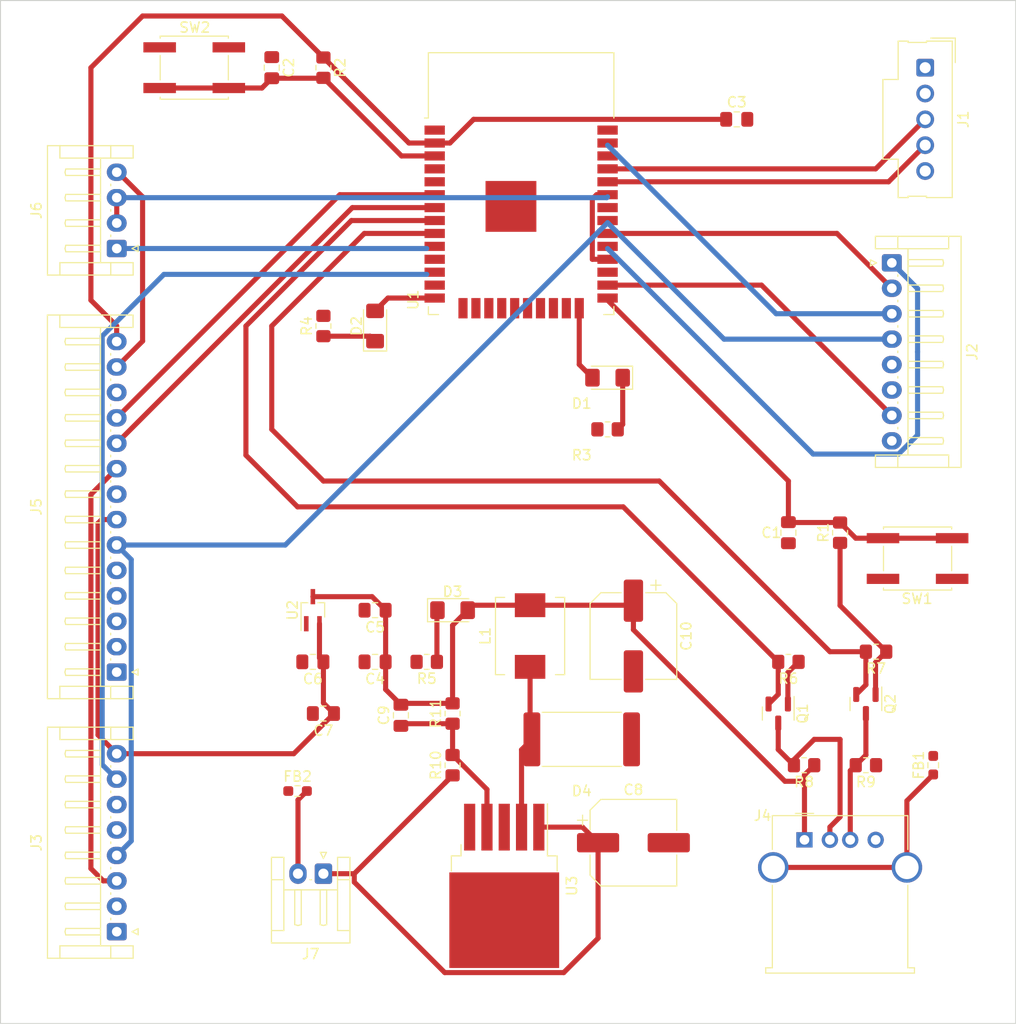
<source format=kicad_pcb>
(kicad_pcb (version 20211014) (generator pcbnew)
  (layers (0 "F.Cu" signal) (31 "B.Cu" signal) (34 "B.Paste" user) (35 "F.Paste" user) (36 "B.SilkS" user "B.Silkscreen") (37 "F.SilkS" user "F.Silkscreen") (38 "B.Mask" user) (39 "F.Mask" user) (44 "Edge.Cuts" user))
  (net 0 "")
  (net 1 "GND")
  (net 2 "+3V3")
  (net 3 "/EN")
  (net 4 "+5V")
  (net 5 "+12V")
  (net 6 "Net-(D1-Pad1)")
  (net 7 "/IOD")
  (net 8 "Net-(D2-Pad1)")
  (net 9 "/INFO")
  (net 10 "Net-(D3-Pad1)")
  (net 11 "/CONEX")
  (net 12 "Net-(C9-Pad1)")
  (net 13 "Net-(D4-Pad2)")
  (net 14 "/RST_D")
  (net 15 "/D{slash}C")
  (net 16 "Net-(FB2-Pad2)")
  (net 17 "Net-(J1-Pad3)")
  (net 18 "/MAGNE_3")
  (net 19 "Net-(J1-Pad4)")
  (net 20 "/RST_2")
  (net 22 "/perifericos/Data_5v_keyboard")
  (net 23 "/perifericos/clk_5V_keyboard")
  (net 29 "/CS_Display")
  (net 30 "/Rst_1")
  (net 31 "/MAGNE_2")
  (net 32 "/CS_lector_1")
  (net 33 "/SCK")
  (net 34 "/MISO")
  (net 37 "/CS_LECTOR_2")
  (net 38 "/MOSI")
  (net 39 "Net-(FB1-Pad1)")
  (net 42 "/CLC_KEYBOARD")
  (net 43 "/DATA_KEYBOARD")
  (footprint "Capacitor_SMD:C_0805_2012Metric_Pad1.18x1.45mm_HandSolder" (layer "F.Cu") (at 120.8825 93.98 180)
    (fp_text reference "C6" (at 0 -1.68) (layer "F.SilkS"))
    (fp_text value "C")
    (pad "1" smd roundrect (at -1.0375 0 180) (size 1.175 1.45) (layers "F.Cu" "F.Paste" "F.Mask") (roundrect_rratio 0.212766) (net 2 "+3V3"))
    (pad "2" smd roundrect (at 1.0375 0 180) (size 1.175 1.45) (layers "F.Cu" "F.Paste" "F.Mask") (roundrect_rratio 0.212766) (net 1 "GND"))
  )
  (footprint "Resistor_SMD:R_0805_2012Metric_Pad1.20x1.40mm_HandSolder" (layer "F.Cu") (at 169.18 104.14 180)
    (fp_text reference "R8" (at 0 -1.65) (layer "F.SilkS"))
    (fp_text value "R")
    (pad "1" smd roundrect (at -1 0 180) (size 1.2 1.4) (layers "F.Cu" "F.Paste" "F.Mask") (roundrect_rratio 0.208333) (net 4 "+5V"))
    (pad "2" smd roundrect (at 1 0 180) (size 1.2 1.4) (layers "F.Cu" "F.Paste" "F.Mask") (roundrect_rratio 0.208333) (net 22 "/perifericos/Data_5v_keyboard"))
  )
  (footprint "Resistor_SMD:R_0805_2012Metric_Pad1.20x1.40mm_HandSolder" (layer "F.Cu") (at 134.62 99.06 90)
    (fp_text reference "R11" (at 0 -1.65 90) (layer "F.SilkS"))
    (fp_text value "R")
    (pad "1" smd roundrect (at -1 0 90) (size 1.2 1.4) (layers "F.Cu" "F.Paste" "F.Mask") (roundrect_rratio 0.208333) (net 12 "Net-(C9-Pad1)"))
    (pad "2" smd roundrect (at 1 0 90) (size 1.2 1.4) (layers "F.Cu" "F.Paste" "F.Mask") (roundrect_rratio 0.208333) (net 4 "+5V"))
  )
  (footprint "Resistor_SMD:R_0805_2012Metric_Pad1.20x1.40mm_HandSolder" (layer "F.Cu") (at 172.72 81.28 90)
    (fp_text reference "R1" (at 0 -1.65 90) (layer "F.SilkS"))
    (fp_text value "R")
    (pad "1" smd roundrect (at -1 0 90) (size 1.2 1.4) (layers "F.Cu" "F.Paste" "F.Mask") (roundrect_rratio 0.208333) (net 2 "+3V3"))
    (pad "2" smd roundrect (at 1 0 90) (size 1.2 1.4) (layers "F.Cu" "F.Paste" "F.Mask") (roundrect_rratio 0.208333) (net 7 "/IOD"))
  )
  (footprint "Resistor_SMD:R_0603_1608Metric_Pad0.98x0.95mm_HandSolder" (layer "F.Cu") (at 181.88 104.14 90)
    (fp_text reference "FB1" (at 0 -1.43 90) (layer "F.SilkS"))
    (fp_text value "FerriteBead")
    (pad "1" smd roundrect (at -0.9125 0 90) (size 0.975 0.95) (layers "F.Cu" "F.Paste" "F.Mask") (net 39 "Net-(FB1-Pad1)"))
    (pad "2" smd roundrect (at 0.9125 0 90) (size 0.975 0.95) (layers "F.Cu" "F.Paste" "F.Mask") (net 1 "GND"))
  )
  (footprint "Capacitor_SMD:C_0805_2012Metric_Pad1.18x1.45mm_HandSolder" (layer "F.Cu") (at 127 88.9 180)
    (fp_text reference "C5" (at 0 -1.68) (layer "F.SilkS"))
    (fp_text value "C")
    (pad "1" smd roundrect (at -1.0375 0 180) (size 1.175 1.45) (layers "F.Cu" "F.Paste" "F.Mask") (roundrect_rratio 0.212766) (net 4 "+5V"))
    (pad "2" smd roundrect (at 1.0375 0 180) (size 1.175 1.45) (layers "F.Cu" "F.Paste" "F.Mask") (roundrect_rratio 0.212766) (net 1 "GND"))
  )
  (footprint "Resistor_SMD:R_0805_2012Metric_Pad1.20x1.40mm_HandSolder" (layer "F.Cu") (at 134.62 104.14 90)
    (fp_text reference "R10" (at 0 -1.65 90) (layer "F.SilkS"))
    (fp_text value "R")
    (pad "1" smd roundrect (at -1 0 90) (size 1.2 1.4) (layers "F.Cu" "F.Paste" "F.Mask") (roundrect_rratio 0.208333) (net 5 "+12V"))
    (pad "2" smd roundrect (at 1 0 90) (size 1.2 1.4) (layers "F.Cu" "F.Paste" "F.Mask") (roundrect_rratio 0.208333) (net 12 "Net-(C9-Pad1)"))
  )
  (footprint "Resistor_SMD:R_0805_2012Metric_Pad1.20x1.40mm_HandSolder" (layer "F.Cu") (at 149.86 71.12 180)
    (fp_text reference "R3" (at 2.54 -2.54) (layer "F.SilkS"))
    (fp_text value "R")
    (pad "1" smd roundrect (at -1 0 180) (size 1.2 1.4) (layers "F.Cu" "F.Paste" "F.Mask") (roundrect_rratio 0.208333) (net 6 "Net-(D1-Pad1)"))
    (pad "2" smd roundrect (at 1 0 180) (size 1.2 1.4) (layers "F.Cu" "F.Paste" "F.Mask") (roundrect_rratio 0.208333) (net 1 "GND"))
  )
  (footprint "RF_Module:ESP32-WROOM-32" (layer "F.Cu") (at 141.36 49.954)
    (fp_text reference "U1" (at -10.61 8.43 90) (layer "F.SilkS"))
    (fp_text value "ESP32-WROOM-32")
    (pad "1" smd rect (at -8.5 -8.255) (size 2 0.9) (layers "F.Cu" "F.Paste" "F.Mask") (net 1 "GND"))
    (pad "2" smd rect (at -8.5 -6.985) (size 2 0.9) (layers "F.Cu" "F.Paste" "F.Mask") (net 2 "+3V3"))
    (pad "3" smd rect (at -8.5 -5.715) (size 2 0.9) (layers "F.Cu" "F.Paste" "F.Mask") (net 3 "/EN"))
    (pad "4" smd rect (at -8.5 -4.445) (size 2 0.9) (layers "F.Cu" "F.Paste" "F.Mask"))
    (pad "5" smd rect (at -8.5 -3.175) (size 2 0.9) (layers "F.Cu" "F.Paste" "F.Mask"))
    (pad "6" smd rect (at -8.5 -1.905) (size 2 0.9) (layers "F.Cu" "F.Paste" "F.Mask") (net 14 "/RST_D"))
    (pad "7" smd rect (at -8.5 -0.635) (size 2 0.9) (layers "F.Cu" "F.Paste" "F.Mask") (net 15 "/D{slash}C"))
    (pad "8" smd rect (at -8.5 0.635) (size 2 0.9) (layers "F.Cu" "F.Paste" "F.Mask") (net 42 "/CLC_KEYBOARD"))
    (pad "9" smd rect (at -8.5 1.905) (size 2 0.9) (layers "F.Cu" "F.Paste" "F.Mask") (net 43 "/DATA_KEYBOARD"))
    (pad "10" smd rect (at -8.5 3.175) (size 2 0.9) (layers "F.Cu" "F.Paste" "F.Mask") (net 18 "/MAGNE_3"))
    (pad "11" smd rect (at -8.5 4.445) (size 2 0.9) (layers "F.Cu" "F.Paste" "F.Mask"))
    (pad "12" smd rect (at -8.5 5.715) (size 2 0.9) (layers "F.Cu" "F.Paste" "F.Mask") (net 20 "/RST_2"))
    (pad "13" smd rect (at -8.5 6.985) (size 2 0.9) (layers "F.Cu" "F.Paste" "F.Mask"))
    (pad "14" smd rect (at -8.5 8.255) (size 2 0.9) (layers "F.Cu" "F.Paste" "F.Mask") (net 11 "/CONEX"))
    (pad "15" smd rect (at -5.715 9.255 90) (size 2 0.9) (layers "F.Cu" "F.Paste" "F.Mask") (net 1 "GND"))
    (pad "16" smd rect (at -4.445 9.255 90) (size 2 0.9) (layers "F.Cu" "F.Paste" "F.Mask"))
    (pad "17" smd rect (at -3.175 9.255 90) (size 2 0.9) (layers "F.Cu" "F.Paste" "F.Mask"))
    (pad "18" smd rect (at -1.905 9.255 90) (size 2 0.9) (layers "F.Cu" "F.Paste" "F.Mask"))
    (pad "19" smd rect (at -0.635 9.255 90) (size 2 0.9) (layers "F.Cu" "F.Paste" "F.Mask"))
    (pad "20" smd rect (at 0.635 9.255 90) (size 2 0.9) (layers "F.Cu" "F.Paste" "F.Mask"))
    (pad "21" smd rect (at 1.905 9.255 90) (size 2 0.9) (layers "F.Cu" "F.Paste" "F.Mask"))
    (pad "22" smd rect (at 3.175 9.255 90) (size 2 0.9) (layers "F.Cu" "F.Paste" "F.Mask"))
    (pad "23" smd rect (at 4.445 9.255 90) (size 2 0.9) (layers "F.Cu" "F.Paste" "F.Mask") (net 29 "/CS_Display"))
    (pad "24" smd rect (at 5.715 9.255 90) (size 2 0.9) (layers "F.Cu" "F.Paste" "F.Mask") (net 9 "/INFO"))
    (pad "25" smd rect (at 8.5 8.255) (size 2 0.9) (layers "F.Cu" "F.Paste" "F.Mask") (net 7 "/IOD"))
    (pad "26" smd rect (at 8.5 6.985) (size 2 0.9) (layers "F.Cu" "F.Paste" "F.Mask") (net 30 "/Rst_1"))
    (pad "27" smd rect (at 8.5 5.715) (size 2 0.9) (layers "F.Cu" "F.Paste" "F.Mask"))
    (pad "28" smd rect (at 8.5 4.445) (size 2 0.9) (layers "F.Cu" "F.Paste" "F.Mask") (net 31 "/MAGNE_2"))
    (pad "29" smd rect (at 8.5 3.175) (size 2 0.9) (layers "F.Cu" "F.Paste" "F.Mask") (net 32 "/CS_lector_1"))
    (pad "30" smd rect (at 8.5 1.905) (size 2 0.9) (layers "F.Cu" "F.Paste" "F.Mask") (net 33 "/SCK"))
    (pad "31" smd rect (at 8.5 0.635) (size 2 0.9) (layers "F.Cu" "F.Paste" "F.Mask") (net 34 "/MISO"))
    (pad "32" smd rect (at 8.5 -0.635) (size 2 0.9) (layers "F.Cu" "F.Paste" "F.Mask"))
    (pad "33" smd rect (at 8.5 -1.905) (size 2 0.9) (layers "F.Cu" "F.Paste" "F.Mask") (net 31 "/MAGNE_2"))
    (pad "34" smd rect (at 8.5 -3.175) (size 2 0.9) (layers "F.Cu" "F.Paste" "F.Mask") (net 19 "Net-(J1-Pad4)"))
    (pad "35" smd rect (at 8.5 -4.445) (size 2 0.9) (layers "F.Cu" "F.Paste" "F.Mask") (net 17 "Net-(J1-Pad3)"))
    (pad "36" smd rect (at 8.5 -5.715) (size 2 0.9) (layers "F.Cu" "F.Paste" "F.Mask") (net 37 "/CS_LECTOR_2"))
    (pad "37" smd rect (at 8.5 -6.985) (size 2 0.9) (layers "F.Cu" "F.Paste" "F.Mask") (net 38 "/MOSI"))
    (pad "38" smd rect (at 8.5 -8.255) (size 2 0.9) (layers "F.Cu" "F.Paste" "F.Mask") (net 1 "GND"))
    (pad "39" smd rect (at -1 -0.755) (size 5 5) (layers "F.Cu" "F.Paste" "F.Mask") (net 1 "GND"))
  )
  (footprint "Capacitor_SMD:C_0805_2012Metric_Pad1.18x1.45mm_HandSolder" (layer "F.Cu") (at 127 93.98 180)
    (fp_text reference "C4" (at 0 -1.68) (layer "F.SilkS"))
    (fp_text value "C")
    (pad "1" smd roundrect (at -1.0375 0 180) (size 1.175 1.45) (layers "F.Cu" "F.Paste" "F.Mask") (roundrect_rratio 0.212766) (net 4 "+5V"))
    (pad "2" smd roundrect (at 1.0375 0 180) (size 1.175 1.45) (layers "F.Cu" "F.Paste" "F.Mask") (roundrect_rratio 0.212766) (net 1 "GND"))
  )
  (footprint "Resistor_SMD:R_0805_2012Metric_Pad1.20x1.40mm_HandSolder" (layer "F.Cu") (at 175.26 104.14 180)
    (fp_text reference "R9" (at 0 -1.65) (layer "F.SilkS"))
    (fp_text value "R")
    (pad "1" smd roundrect (at -1 0 180) (size 1.2 1.4) (layers "F.Cu" "F.Paste" "F.Mask") (roundrect_rratio 0.208333) (net 4 "+5V"))
    (pad "2" smd roundrect (at 1 0 180) (size 1.2 1.4) (layers "F.Cu" "F.Paste" "F.Mask") (roundrect_rratio 0.208333) (net 23 "/perifericos/clk_5V_keyboard"))
  )
  (footprint "Capacitor_SMD:C_0805_2012Metric_Pad1.18x1.45mm_HandSolder" (layer "F.Cu") (at 121.92 99.06 180)
    (fp_text reference "C7" (at 0 -1.68) (layer "F.SilkS"))
    (fp_text value "C")
    (pad "1" smd roundrect (at -1.0375 0 180) (size 1.175 1.45) (layers "F.Cu" "F.Paste" "F.Mask") (roundrect_rratio 0.212766) (net 2 "+3V3"))
    (pad "2" smd roundrect (at 1.0375 0 180) (size 1.175 1.45) (layers "F.Cu" "F.Paste" "F.Mask") (roundrect_rratio 0.212766) (net 1 "GND"))
  )
  (footprint "Resistor_SMD:R_0805_2012Metric_Pad1.20x1.40mm_HandSolder" (layer "F.Cu") (at 132.08 93.98 180)
    (fp_text reference "R5" (at 0 -1.65) (layer "F.SilkS"))
    (fp_text value "R")
    (pad "1" smd roundrect (at -1 0 180) (size 1.2 1.4) (layers "F.Cu" "F.Paste" "F.Mask") (roundrect_rratio 0.208333) (net 10 "Net-(D3-Pad1)"))
    (pad "2" smd roundrect (at 1 0 180) (size 1.2 1.4) (layers "F.Cu" "F.Paste" "F.Mask") (roundrect_rratio 0.208333) (net 1 "GND"))
  )
  (footprint "Inductor_SMD:L_Neosid_SM-PIC0612H" (layer "F.Cu") (at 142.24 91.44 90)
    (fp_text reference "L1" (at 0 -4.4 90) (layer "F.SilkS"))
    (fp_text value "L")
    (pad "1" smd rect (at -3.03 0 90) (size 2.35 3) (layers "F.Cu" "F.Paste" "F.Mask") (net 13 "Net-(D4-Pad2)"))
    (pad "2" smd rect (at 3.03 0 90) (size 2.35 3) (layers "F.Cu" "F.Paste" "F.Mask") (net 4 "+5V"))
  )
  (footprint "Package_TO_SOT_SMD:SOT-23" (layer "F.Cu") (at 166.64 99.06 -90)
    (fp_text reference "Q1" (at 0 -2.4 90) (layer "F.SilkS"))
    (fp_text value "BSS138")
    (pad "1" smd roundrect (at -0.9375 -0.95 270) (size 1.475 0.6) (layers "F.Cu" "F.Paste" "F.Mask") (net 2 "+3V3"))
    (pad "2" smd roundrect (at -0.9375 0.95 270) (size 1.475 0.6) (layers "F.Cu" "F.Paste" "F.Mask") (net 42 "/CLC_KEYBOARD"))
    (pad "3" smd roundrect (at 0.9375 0 270) (size 1.475 0.6) (layers "F.Cu" "F.Paste" "F.Mask") (net 22 "/perifericos/Data_5v_keyboard"))
  )
  (footprint "Capacitor_SMD:CP_Elec_8x6.9" (layer "F.Cu") (at 152.4 111.76)
    (fp_text reference "C8" (at 0 -5.2) (layer "F.SilkS"))
    (fp_text value "C_Polarized")
    (pad "1" smd roundrect (at -3.475 0) (size 4.15 1.9) (layers "F.Cu" "F.Paste" "F.Mask") (roundrect_rratio 0.131579) (net 5 "+12V"))
    (pad "2" smd roundrect (at 3.475 0) (size 4.15 1.9) (layers "F.Cu" "F.Paste" "F.Mask") (roundrect_rratio 0.131579) (net 1 "GND"))
  )
  (footprint "Package_TO_SOT_SMD:TO-263-5_TabPin3" (layer "F.Cu") (at 139.7 116.005 -90)
    (fp_text reference "U3" (at 0 -6.65 90) (layer "F.SilkS"))
    (fp_text value "LM2596S-5")
    (pad "1" smd rect (at -5.775 -3.4 270) (size 4.6 1.1) (layers "F.Cu" "F.Paste" "F.Mask") (net 5 "+12V"))
    (pad "2" smd rect (at -5.775 -1.7 270) (size 4.6 1.1) (layers "F.Cu" "F.Paste" "F.Mask") (net 13 "Net-(D4-Pad2)"))
    (pad "3" smd rect (at -5.775 0 270) (size 4.6 1.1) (layers "F.Cu" "F.Paste" "F.Mask") (net 1 "GND"))
    (pad "3" smd rect (at 3.375 0 270) (size 9.4 10.8) (layers "F.Cu" "F.Mask") (net 1 "GND"))
    (pad "4" smd rect (at -5.775 1.7 270) (size 4.6 1.1) (layers "F.Cu" "F.Paste" "F.Mask") (net 12 "Net-(C9-Pad1)"))
    (pad "5" smd rect (at -5.775 3.4 270) (size 4.6 1.1) (layers "F.Cu" "F.Paste" "F.Mask") (net 1 "GND"))
  )
  (footprint "Capacitor_SMD:CP_Elec_8x6.9" (layer "F.Cu") (at 152.4 91.44 -90)
    (fp_text reference "C10" (at 0 -5.2 90) (layer "F.SilkS"))
    (fp_text value "C_Polarized")
    (pad "1" smd roundrect (at -3.475 0 270) (size 4.15 1.9) (layers "F.Cu" "F.Paste" "F.Mask") (roundrect_rratio 0.131579) (net 4 "+5V"))
    (pad "2" smd roundrect (at 3.475 0 270) (size 4.15 1.9) (layers "F.Cu" "F.Paste" "F.Mask") (roundrect_rratio 0.131579) (net 1 "GND"))
  )
  (footprint "Package_TO_SOT_SMD:SOT-23" (layer "F.Cu") (at 175.26 98.1225 -90)
    (fp_text reference "Q2" (at 0 -2.4 90) (layer "F.SilkS"))
    (fp_text value "BSS138")
    (pad "1" smd roundrect (at -0.9375 -0.95 270) (size 1.475 0.6) (layers "F.Cu" "F.Paste" "F.Mask") (net 2 "+3V3"))
    (pad "2" smd roundrect (at -0.9375 0.95 270) (size 1.475 0.6) (layers "F.Cu" "F.Paste" "F.Mask") (net 43 "/DATA_KEYBOARD"))
    (pad "3" smd roundrect (at 0.9375 0 270) (size 1.475 0.6) (layers "F.Cu" "F.Paste" "F.Mask") (net 23 "/perifericos/clk_5V_keyboard"))
  )
  (footprint "Capacitor_SMD:C_0805_2012Metric_Pad1.18x1.45mm_HandSolder" (layer "F.Cu") (at 129.54 99.234 90)
    (fp_text reference "C9" (at 0 -1.68 90) (layer "F.SilkS"))
    (fp_text value "C")
    (pad "1" smd roundrect (at -1.0375 0 90) (size 1.175 1.45) (layers "F.Cu" "F.Paste" "F.Mask") (roundrect_rratio 0.212766) (net 12 "Net-(C9-Pad1)"))
    (pad "2" smd roundrect (at 1.0375 0 90) (size 1.175 1.45) (layers "F.Cu" "F.Paste" "F.Mask") (roundrect_rratio 0.212766) (net 4 "+5V"))
  )
  (footprint "Connector_JST:JST_EH_S8B-EH_1x08_P2.50mm_Horizontal" (layer "F.Cu") (at 101.6 120.51 90)
    (fp_text reference "J3" (at 8.75 -7.9 90) (layer "F.SilkS"))
    (fp_text value "Conn_01x08_Female")
    (pad "1" thru_hole roundrect (at 0 0 90) (size 1.7 1.95) (drill 0.95) (layers *.Cu *.Mask) (roundrect_rratio 0.147059) (net 37 "/CS_LECTOR_2"))
    (pad "2" thru_hole oval (at 2.5 0 90) (size 1.7 1.95) (drill 0.95) (layers *.Cu *.Mask) (net 33 "/SCK"))
    (pad "3" thru_hole oval (at 5 0 90) (size 1.7 1.95) (drill 0.95) (layers *.Cu *.Mask) (net 38 "/MOSI"))
    (pad "4" thru_hole oval (at 7.5 0 90) (size 1.7 1.95) (drill 0.95) (layers *.Cu *.Mask) (net 34 "/MISO"))
    (pad "5" thru_hole oval (at 10 0 90) (size 1.7 1.95) (drill 0.95) (layers *.Cu *.Mask))
    (pad "6" thru_hole oval (at 12.5 0 90) (size 1.7 1.95) (drill 0.95) (layers *.Cu *.Mask) (net 1 "GND"))
    (pad "7" thru_hole oval (at 15 0 90) (size 1.7 1.95) (drill 0.95) (layers *.Cu *.Mask) (net 20 "/RST_2"))
    (pad "8" thru_hole oval (at 17.5 0 90) (size 1.7 1.95) (drill 0.95) (layers *.Cu *.Mask) (net 2 "+3V3"))
  )
  (footprint "Resistor_SMD:R_0805_2012Metric_Pad1.20x1.40mm_HandSolder" (layer "F.Cu") (at 121.92 60.96 90)
    (fp_text reference "R4" (at 0 -1.65 90) (layer "F.SilkS"))
    (fp_text value "R")
    (pad "1" smd roundrect (at -1 0 90) (size 1.2 1.4) (layers "F.Cu" "F.Paste" "F.Mask") (roundrect_rratio 0.208333) (net 8 "Net-(D2-Pad1)"))
    (pad "2" smd roundrect (at 1 0 90) (size 1.2 1.4) (layers "F.Cu" "F.Paste" "F.Mask") (roundrect_rratio 0.208333) (net 1 "GND"))
  )
  (footprint "Connector_JST:JST_EH_S8B-EH_1x08_P2.50mm_Horizontal" (layer "F.Cu") (at 177.8075 54.75 -90)
    (fp_text reference "J2" (at 8.75 -7.9 90) (layer "F.SilkS"))
    (fp_text value "Conn_01x08_Female")
    (pad "1" thru_hole roundrect (at 0 0 270) (size 1.7 1.95) (drill 0.95) (layers *.Cu *.Mask) (roundrect_rratio 0.147059) (net 32 "/CS_lector_1"))
    (pad "2" thru_hole oval (at 2.5 0 270) (size 1.7 1.95) (drill 0.95) (layers *.Cu *.Mask) (net 33 "/SCK"))
    (pad "3" thru_hole oval (at 5 0 270) (size 1.7 1.95) (drill 0.95) (layers *.Cu *.Mask) (net 38 "/MOSI"))
    (pad "4" thru_hole oval (at 7.5 0 270) (size 1.7 1.95) (drill 0.95) (layers *.Cu *.Mask) (net 34 "/MISO"))
    (pad "5" thru_hole oval (at 10 0 270) (size 1.7 1.95) (drill 0.95) (layers *.Cu *.Mask))
    (pad "6" thru_hole oval (at 12.5 0 270) (size 1.7 1.95) (drill 0.95) (layers *.Cu *.Mask) (net 1 "GND"))
    (pad "7" thru_hole oval (at 15 0 270) (size 1.7 1.95) (drill 0.95) (layers *.Cu *.Mask) (net 30 "/Rst_1"))
    (pad "8" thru_hole oval (at 17.5 0 270) (size 1.7 1.95) (drill 0.95) (layers *.Cu *.Mask) (net 2 "+3V3"))
  )
  (footprint "Connector_USB:USB_A_Molex_67643_Horizontal" (layer "F.Cu") (at 169.22 111.48)
    (fp_text reference "J4" (at -4.12 -2.38) (layer "F.SilkS"))
    (fp_text value "USB_A")
    (pad "1" thru_hole rect (at 0 0) (size 1.6 1.5) (drill 0.95) (layers *.Cu *.Mask) (net 4 "+5V"))
    (pad "2" thru_hole circle (at 2.5 0) (size 1.6 1.6) (drill 0.95) (layers *.Cu *.Mask) (net 22 "/perifericos/Data_5v_keyboard"))
    (pad "3" thru_hole circle (at 4.5 0) (size 1.6 1.6) (drill 0.95) (layers *.Cu *.Mask) (net 23 "/perifericos/clk_5V_keyboard"))
    (pad "4" thru_hole circle (at 7 0) (size 1.6 1.6) (drill 0.95) (layers *.Cu *.Mask) (net 1 "GND"))
    (pad "5" thru_hole circle (at 10.07 2.71) (size 3 3) (drill 2.3) (layers *.Cu *.Mask) (net 39 "Net-(FB1-Pad1)"))
    (pad "5" thru_hole circle (at -3.07 2.71) (size 3 3) (drill 2.3) (layers *.Cu *.Mask) (net 39 "Net-(FB1-Pad1)"))
  )
  (footprint "Button_Switch_SMD:SW_SPST_EVQQ2" (layer "F.Cu") (at 109.22 35.56)
    (fp_text reference "SW2" (at 0.05 -3.95) (layer "F.SilkS"))
    (fp_text value "SW_Push")
    (pad "1" smd rect (at -3.4 -2) (size 3.2 1) (layers "F.Cu" "F.Paste" "F.Mask") (net 1 "GND"))
    (pad "1" smd rect (at 3.4 -2) (size 3.2 1) (layers "F.Cu" "F.Paste" "F.Mask") (net 1 "GND"))
    (pad "2" smd rect (at 3.4 2) (size 3.2 1) (layers "F.Cu" "F.Paste" "F.Mask") (net 3 "/EN"))
    (pad "2" smd rect (at -3.4 2) (size 3.2 1) (layers "F.Cu" "F.Paste" "F.Mask") (net 3 "/EN"))
  )
  (footprint "Connector_JST:JST_EH_S14B-EH_1x14_P2.50mm_Horizontal" (layer "F.Cu") (at 101.5925 94.99 90)
    (fp_text reference "J5" (at 16.25 -7.9 90) (layer "F.SilkS"))
    (fp_text value "Conn_01x14_Female")
    (pad "1" thru_hole roundrect (at 0 0 90) (size 1.7 1.95) (drill 0.95) (layers *.Cu *.Mask) (roundrect_rratio 0.147059))
    (pad "2" thru_hole oval (at 2.5 0 90) (size 1.7 1.95) (drill 0.95) (layers *.Cu *.Mask))
    (pad "3" thru_hole oval (at 5 0 90) (size 1.7 1.95) (drill 0.95) (layers *.Cu *.Mask))
    (pad "4" thru_hole oval (at 7.5 0 90) (size 1.7 1.95) (drill 0.95) (layers *.Cu *.Mask))
    (pad "5" thru_hole oval (at 10 0 90) (size 1.7 1.95) (drill 0.95) (layers *.Cu *.Mask))
    (pad "6" thru_hole oval (at 12.5 0 90) (size 1.7 1.95) (drill 0.95) (layers *.Cu *.Mask) (net 34 "/MISO"))
    (pad "7" thru_hole oval (at 15 0 90) (size 1.7 1.95) (drill 0.95) (layers *.Cu *.Mask) (net 2 "+3V3"))
    (pad "8" thru_hole oval (at 17.5 0 90) (size 1.7 1.95) (drill 0.95) (layers *.Cu *.Mask) (net 33 "/SCK"))
    (pad "9" thru_hole oval (at 20 0 90) (size 1.7 1.95) (drill 0.95) (layers *.Cu *.Mask) (net 38 "/MOSI"))
    (pad "10" thru_hole oval (at 22.5 0 90) (size 1.7 1.95) (drill 0.95) (layers *.Cu *.Mask) (net 15 "/D{slash}C"))
    (pad "11" thru_hole oval (at 25 0 90) (size 1.7 1.95) (drill 0.95) (layers *.Cu *.Mask) (net 14 "/RST_D"))
    (pad "12" thru_hole oval (at 27.5 0 90) (size 1.7 1.95) (drill 0.95) (layers *.Cu *.Mask) (net 29 "/CS_Display"))
    (pad "13" thru_hole oval (at 30 0 90) (size 1.7 1.95) (drill 0.95) (layers *.Cu *.Mask) (net 1 "GND"))
    (pad "14" thru_hole oval (at 32.5 0 90) (size 1.7 1.95) (drill 0.95) (layers *.Cu *.Mask) (net 2 "+3V3"))
  )
  (footprint "Package_TO_SOT_SMD:SOT-323_SC-70_Handsoldering" (layer "F.Cu") (at 120.8825 88.9 90)
    (fp_text reference "U2" (at 0 -2 90) (layer "F.SilkS"))
    (fp_text value "LM1117-3.3")
    (pad "1" smd rect (at -1.33 -0.65) (size 0.45 1.5) (layers "F.Cu" "F.Paste" "F.Mask") (net 1 "GND"))
    (pad "2" smd rect (at -1.33 0.65) (size 0.45 1.5) (layers "F.Cu" "F.Paste" "F.Mask") (net 2 "+3V3"))
    (pad "3" smd rect (at 1.33 0) (size 0.45 1.5) (layers "F.Cu" "F.Paste" "F.Mask") (net 4 "+5V"))
  )
  (footprint "Capacitor_SMD:C_0805_2012Metric_Pad1.18x1.45mm_HandSolder" (layer "F.Cu") (at 162.56 40.64)
    (fp_text reference "C3" (at 0 -1.68) (layer "F.SilkS"))
    (fp_text value "C_Polarized")
    (pad "1" smd roundrect (at -1.0375 0) (size 1.175 1.45) (layers "F.Cu" "F.Paste" "F.Mask") (roundrect_rratio 0.212766) (net 2 "+3V3"))
    (pad "2" smd roundrect (at 1.0375 0) (size 1.175 1.45) (layers "F.Cu" "F.Paste" "F.Mask") (roundrect_rratio 0.212766) (net 1 "GND"))
  )
  (footprint "Resistor_SMD:R_0805_2012Metric_Pad1.20x1.40mm_HandSolder" (layer "F.Cu") (at 121.92 35.56 -90)
    (fp_text reference "R2" (at 0 -1.65 90) (layer "F.SilkS"))
    (fp_text value "R")
    (pad "1" smd roundrect (at -1 0 270) (size 1.2 1.4) (layers "F.Cu" "F.Paste" "F.Mask") (roundrect_rratio 0.208333) (net 2 "+3V3"))
    (pad "2" smd roundrect (at 1 0 270) (size 1.2 1.4) (layers "F.Cu" "F.Paste" "F.Mask") (roundrect_rratio 0.208333) (net 3 "/EN"))
  )
  (footprint "Connector_JST:JST_EH_S2B-EH_1x02_P2.50mm_Horizontal" (layer "F.Cu") (at 121.92 114.808 180)
    (fp_text reference "J7" (at 1.25 -7.9) (layer "F.SilkS"))
    (fp_text value "Conn_01x02_Female")
    (pad "1" thru_hole roundrect (at 0 0 180) (size 1.7 2) (drill 1) (layers *.Cu *.Mask) (roundrect_rratio 0.147059) (net 5 "+12V"))
    (pad "2" thru_hole oval (at 2.5 0 180) (size 1.7 2) (drill 1) (layers *.Cu *.Mask) (net 16 "Net-(FB2-Pad2)"))
  )
  (footprint "Resistor_SMD:R_4020_10251Metric_Pad1.65x5.30mm_HandSolder" (layer "F.Cu") (at 147.32 101.6 180)
    (fp_text reference "D4" (at 0 -5.08) (layer "F.SilkS"))
    (fp_text value "DIODE")
    (pad "1" smd roundrect (at -4.9 0 180) (size 1.65 5.3) (layers "F.Cu" "F.Paste" "F.Mask") (roundrect_rratio 0.151515) (net 1 "GND"))
    (pad "2" smd roundrect (at 4.9 0 180) (size 1.65 5.3) (layers "F.Cu" "F.Paste" "F.Mask") (roundrect_rratio 0.151515) (net 13 "Net-(D4-Pad2)"))
  )
  (footprint "Connector_JST:JST_EH_S4B-EH_1x04_P2.50mm_Horizontal" (layer "F.Cu") (at 101.6 53.34 90)
    (fp_text reference "J6" (at 3.75 -7.9 90) (layer "F.SilkS"))
    (fp_text value "Conn_01x04_Female")
    (pad "1" thru_hole roundrect (at 0 0 90) (size 1.7 1.95) (drill 0.95) (layers *.Cu *.Mask) (roundrect_rratio 0.147059) (net 18 "/MAGNE_3"))
    (pad "2" thru_hole oval (at 2.5 0 90) (size 1.7 1.95) (drill 0.95) (layers *.Cu *.Mask) (net 31 "/MAGNE_2"))
    (pad "3" thru_hole oval (at 5 0 90) (size 1.7 1.95) (drill 0.95) (layers *.Cu *.Mask) (net 31 "/MAGNE_2"))
    (pad "4" thru_hole oval (at 7.5 0 90) (size 1.7 1.95) (drill 0.95) (layers *.Cu *.Mask) (net 1 "GND"))
  )
  (footprint "Capacitor_SMD:C_0805_2012Metric_Pad1.18x1.45mm_HandSolder" (layer "F.Cu") (at 116.84 35.56 -90)
    (fp_text reference "C2" (at 0 -1.68 90) (layer "F.SilkS"))
    (fp_text value "C")
    (pad "1" smd roundrect (at -1.0375 0 270) (size 1.175 1.45) (layers "F.Cu" "F.Paste" "F.Mask") (roundrect_rratio 0.212766) (net 1 "GND"))
    (pad "2" smd roundrect (at 1.0375 0 270) (size 1.175 1.45) (layers "F.Cu" "F.Paste" "F.Mask") (roundrect_rratio 0.212766) (net 3 "/EN"))
  )
  (footprint "Resistor_SMD:R_0805_2012Metric_Pad1.20x1.40mm_HandSolder" (layer "F.Cu") (at 167.64 93.98 180)
    (fp_text reference "R6" (at 0 -1.65) (layer "F.SilkS"))
    (fp_text value "R")
    (pad "1" smd roundrect (at -1 0 180) (size 1.2 1.4) (layers "F.Cu" "F.Paste" "F.Mask") (roundrect_rratio 0.208333) (net 2 "+3V3"))
    (pad "2" smd roundrect (at 1 0 180) (size 1.2 1.4) (layers "F.Cu" "F.Paste" "F.Mask") (roundrect_rratio 0.208333) (net 42 "/CLC_KEYBOARD"))
  )
  (footprint "Capacitor_SMD:C_0805_2012Metric_Pad1.18x1.45mm_HandSolder" (layer "F.Cu") (at 167.64 81.28 90)
    (fp_text reference "C1" (at 0 -1.68) (layer "F.SilkS"))
    (fp_text value "C")
    (pad "1" smd roundrect (at -1.0375 0 90) (size 1.175 1.45) (layers "F.Cu" "F.Paste" "F.Mask") (roundrect_rratio 0.212766) (net 1 "GND"))
    (pad "2" smd roundrect (at 1.0375 0 90) (size 1.175 1.45) (layers "F.Cu" "F.Paste" "F.Mask") (roundrect_rratio 0.212766) (net 7 "/IOD"))
  )
  (footprint "Resistor_SMD:R_0603_1608Metric_Pad0.98x0.95mm_HandSolder" (layer "F.Cu") (at 119.38 106.68)
    (fp_text reference "FB2" (at 0 -1.43) (layer "F.SilkS"))
    (fp_text value "FerriteBead")
    (pad "1" smd roundrect (at -0.9125 0) (size 0.975 0.95) (layers "F.Cu" "F.Paste" "F.Mask") (net 1 "GND"))
    (pad "2" smd roundrect (at 0.9125 0) (size 0.975 0.95) (layers "F.Cu" "F.Paste" "F.Mask") (net 16 "Net-(FB2-Pad2)"))
  )
  (footprint "LED_SMD:LED_1206_3216Metric_Pad1.42x1.75mm_HandSolder" (layer "F.Cu") (at 149.86 66.04 180)
    (fp_text reference "D1" (at 2.54 -2.54) (layer "F.SilkS"))
    (fp_text value "LED")
    (pad "1" smd roundrect (at -1.4875 0 180) (size 1.425 1.75) (layers "F.Cu" "F.Paste" "F.Mask") (roundrect_rratio 0.175439) (net 6 "Net-(D1-Pad1)"))
    (pad "2" smd roundrect (at 1.4875 0 180) (size 1.425 1.75) (layers "F.Cu" "F.Paste" "F.Mask") (roundrect_rratio 0.175439) (net 9 "/INFO"))
  )
  (footprint "Resistor_SMD:R_0805_2012Metric_Pad1.20x1.40mm_HandSolder" (layer "F.Cu") (at 176.26 92.98 180)
    (fp_text reference "R7" (at 0 -1.65) (layer "F.SilkS"))
    (fp_text value "R")
    (pad "1" smd roundrect (at -1 0 180) (size 1.2 1.4) (layers "F.Cu" "F.Paste" "F.Mask") (roundrect_rratio 0.208333) (net 2 "+3V3"))
    (pad "2" smd roundrect (at 1 0 180) (size 1.2 1.4) (layers "F.Cu" "F.Paste" "F.Mask") (roundrect_rratio 0.208333) (net 43 "/DATA_KEYBOARD"))
  )
  (footprint "Button_Switch_SMD:SW_SPST_EVQQ2" (layer "F.Cu") (at 180.34 83.82 180)
    (fp_text reference "SW1" (at 0.05 -3.95) (layer "F.SilkS"))
    (fp_text value "SW_Push")
    (pad "1" smd rect (at -3.4 -2 180) (size 3.2 1) (layers "F.Cu" "F.Paste" "F.Mask") (net 1 "GND"))
    (pad "1" smd rect (at 3.4 -2 180) (size 3.2 1) (layers "F.Cu" "F.Paste" "F.Mask") (net 1 "GND"))
    (pad "2" smd rect (at 3.4 2 180) (size 3.2 1) (layers "F.Cu" "F.Paste" "F.Mask") (net 7 "/IOD"))
    (pad "2" smd rect (at -3.4 2 180) (size 3.2 1) (layers "F.Cu" "F.Paste" "F.Mask") (net 7 "/IOD"))
  )
  (footprint "LED_SMD:LED_1206_3216Metric_Pad1.42x1.75mm_HandSolder" (layer "F.Cu") (at 134.62 88.9)
    (fp_text reference "D3" (at 0 -1.82) (layer "F.SilkS"))
    (fp_text value "LED")
    (pad "1" smd roundrect (at -1.4875 0) (size 1.425 1.75) (layers "F.Cu" "F.Paste" "F.Mask") (roundrect_rratio 0.175439) (net 10 "Net-(D3-Pad1)"))
    (pad "2" smd roundrect (at 1.4875 0) (size 1.425 1.75) (layers "F.Cu" "F.Paste" "F.Mask") (roundrect_rratio 0.175439) (net 4 "+5V"))
  )
  (footprint "LED_SMD:LED_1206_3216Metric_Pad1.42x1.75mm_HandSolder" (layer "F.Cu") (at 127 60.96 90)
    (fp_text reference "D2" (at 0 -1.82 90) (layer "F.SilkS"))
    (fp_text value "LED")
    (pad "1" smd roundrect (at -1.4875 0 90) (size 1.425 1.75) (layers "F.Cu" "F.Paste" "F.Mask") (roundrect_rratio 0.175439) (net 8 "Net-(D2-Pad1)"))
    (pad "2" smd roundrect (at 1.4875 0 90) (size 1.425 1.75) (layers "F.Cu" "F.Paste" "F.Mask") (roundrect_rratio 0.175439) (net 11 "/CONEX"))
  )
  (footprint "Connector_Molex:Molex_SL_171971-0005_1x05_P2.54mm_Vertical" (layer "F.Cu") (at 181.09 35.56 -90)
    (fp_text reference "J1" (at 5.08 -3.75 90) (layer "F.SilkS"))
    (fp_text value "Conn_01x05_Female")
    (pad "1" thru_hole roundrect (at 0 0 270) (size 1.74 1.74) (drill 1.09) (layers *.Cu *.Mask) (roundrect_rratio 0.143678) (net 4 "+5V"))
    (pad "2" thru_hole circle (at 2.54 0 270) (size 1.74 1.74) (drill 1.09) (layers *.Cu *.Mask) (net 1 "GND"))
    (pad "3" thru_hole circle (at 5.08 0 270) (size 1.74 1.74) (drill 1.09) (layers *.Cu *.Mask) (net 17 "Net-(J1-Pad3)"))
    (pad "4" thru_hole circle (at 7.62 0 270) (size 1.74 1.74) (drill 1.09) (layers *.Cu *.Mask) (net 19 "Net-(J1-Pad4)"))
    (pad "5" thru_hole circle (at 10.16 0 270) (size 1.74 1.74) (drill 1.09) (layers *.Cu *.Mask))
  )
  (gr_rect (start 90.17 129.54) (end 189.992 28.956) (layer "Edge.Cuts") (width 0.1) (fill none))
  (segment (start 104.14 62.4425) (end 104.14 48.26) (width 0.5) (layer "F.Cu") (net 1))
  (segment (start 101.72 45.84) (end 101.6 45.84) (width 0.5) (layer "F.Cu") (net 1))
  (segment (start 104.14 48.26) (end 101.72 45.84) (width 0.5) (layer "F.Cu") (net 1))
  (segment (start 101.5925 64.99) (end 104.14 62.4425) (width 0.5) (layer "F.Cu") (net 1))
  (segment (start 121.5325 93.5925) (end 121.92 93.98) (width 0.5) (layer "F.Cu") (net 2))
  (segment (start 101.5925 79.99) (end 100.1175 79.99) (width 0.5) (layer "F.Cu") (net 2))
  (segment (start 176.21 94.03) (end 177.26 92.98) (width 0.5) (layer "F.Cu") (net 2))
  (segment (start 136.689 40.64) (end 134.36 42.969) (width 0.5) (layer "F.Cu") (net 2))
  (segment (start 121.92 93.98) (end 121.92 98.0225) (width 0.5) (layer "F.Cu") (net 2))
  (segment (start 104.14 30.48) (end 99.06 35.56) (width 0.5) (layer "F.Cu") (net 2))
  (segment (start 167.59 98.1225) (end 167.59 95.03) (width 0.5) (layer "F.Cu") (net 2))
  (segment (start 122.9575 99.06) (end 119.0075 103.01) (width 0.5) (layer "F.Cu") (net 2))
  (segment (start 161.5225 40.64) (end 136.689 40.64) (width 0.5) (layer "F.Cu") (net 2))
  (segment (start 121.92 98.0225) (end 122.9575 99.06) (width 0.5) (layer "F.Cu") (net 2))
  (segment (start 134.36 42.969) (end 132.86 42.969) (width 0.5) (layer "F.Cu") (net 2))
  (segment (start 177.26 92.98) (end 172.72 88.44) (width 0.5) (layer "F.Cu") (net 2))
  (segment (start 99.06 35.56) (end 99.06 58.42) (width 0.5) (layer "F.Cu") (net 2))
  (segment (start 99.75952 80.34798) (end 99.75952 101.16952) (width 0.5) (layer "F.Cu") (net 2))
  (segment (start 99.06 58.42) (end 101.5925 60.9525) (width 0.5) (layer "F.Cu") (net 2))
  (segment (start 121.5325 90.23) (end 121.5325 93.5925) (width 0.5) (layer "F.Cu") (net 2))
  (segment (start 132.86 42.969) (end 130.329 42.969) (width 0.5) (layer "F.Cu") (net 2))
  (segment (start 130.329 42.969) (end 121.92 34.56) (width 0.5) (layer "F.Cu") (net 2))
  (segment (start 176.21 97.185) (end 176.21 94.03) (width 0.5) (layer "F.Cu") (net 2))
  (segment (start 172.72 88.44) (end 172.72 82.28) (width 0.5) (layer "F.Cu") (net 2))
  (segment (start 101.5925 60.9525) (end 101.5925 62.49) (width 0.5) (layer "F.Cu") (net 2))
  (segment (start 99.75952 101.16952) (end 101.6 103.01) (width 0.5) (layer "F.Cu") (net 2))
  (segment (start 100.1175 79.99) (end 99.75952 80.34798) (width 0.5) (layer "F.Cu") (net 2))
  (segment (start 117.84 30.48) (end 104.14 30.48) (width 0.5) (layer "F.Cu") (net 2))
  (segment (start 119.0075 103.01) (end 101.6 103.01) (width 0.5) (layer "F.Cu") (net 2))
  (segment (start 167.59 95.03) (end 168.64 93.98) (width 0.5) (layer "F.Cu") (net 2))
  (segment (start 121.92 34.56) (end 117.84 30.48) (width 0.5) (layer "F.Cu") (net 2))
  (segment (start 121.8825 36.5975) (end 121.92 36.56) (width 0.5) (layer "F.Cu") (net 3))
  (segment (start 105.82 37.56) (end 112.62 37.56) (width 0.5) (layer "F.Cu") (net 3))
  (segment (start 115.8775 37.56) (end 116.84 36.5975) (width 0.5) (layer "F.Cu") (net 3))
  (segment (start 121.92 36.56) (end 129.599 44.239) (width 0.5) (layer "F.Cu") (net 3))
  (segment (start 112.62 37.56) (end 115.8775 37.56) (width 0.5) (layer "F.Cu") (net 3))
  (segment (start 129.599 44.239) (end 132.86 44.239) (width 0.5) (layer "F.Cu") (net 3))
  (segment (start 116.84 36.5975) (end 121.8825 36.5975) (width 0.5) (layer "F.Cu") (net 3))
  (segment (start 136.5975 88.41) (end 136.1075 88.9) (width 0.5) (layer "F.Cu") (net 4))
  (segment (start 129.6765 98.06) (end 129.54 98.1965) (width 0.5) (layer "F.Cu") (net 4))
  (segment (start 128.0375 96.694) (end 129.54 98.1965) (width 0.5) (layer "F.Cu") (net 4))
  (segment (start 136.1075 88.9) (end 134.62 90.3875) (width 0.5) (layer "F.Cu") (net 4))
  (segment (start 134.62 98.06) (end 129.6765 98.06) (width 0.5) (layer "F.Cu") (net 4))
  (segment (start 128.0375 93.98) (end 128.0375 88.9) (width 0.5) (layer "F.Cu") (net 4))
  (segment (start 169.22 105.1) (end 170.18 104.14) (width 0.5) (layer "F.Cu") (net 4))
  (segment (start 128.0375 93.98) (end 128.0375 96.694) (width 0.5) (layer "F.Cu") (net 4))
  (segment (start 120.8825 87.57) (end 126.7075 87.57) (width 0.5) (layer "F.Cu") (net 4))
  (segment (start 152.4 90.82) (end 167.3 105.72) (width 0.5) (layer "F.Cu") (net 4))
  (segment (start 152.4 87.965) (end 151.955 88.41) (width 0.5) (layer "F.Cu") (net 4))
  (segment (start 152.4 87.965) (end 152.4 90.82) (width 0.5) (layer "F.Cu") (net 4))
  (segment (start 151.955 88.41) (end 142.24 88.41) (width 0.5) (layer "F.Cu") (net 4))
  (segment (start 169.22 105.72) (end 169.22 105.1) (width 0.5) (layer "F.Cu") (net 4))
  (segment (start 142.24 88.41) (end 136.5975 88.41) (width 0.5) (layer "F.Cu") (net 4))
  (segment (start 169.22 111.48) (end 169.22 105.72) (width 0.5) (layer "F.Cu") (net 4))
  (segment (start 134.62 90.3875) (end 134.62 98.06) (width 0.5) (layer "F.Cu") (net 4))
  (segment (start 167.3 105.72) (end 169.22 105.72) (width 0.5) (layer "F.Cu") (net 4))
  (segment (start 126.7075 87.57) (end 128.0375 88.9) (width 0.5) (layer "F.Cu") (net 4))
  (segment (start 134.62 105.14) (end 133.850489 105.909511) (width 0.5) (layer "F.Cu") (net 5))
  (segment (start 148.925 121.154022) (end 145.549511 124.529511) (width 0.5) (layer "F.Cu") (net 5))
  (segment (start 124.952 114.808) (end 134.62 105.14) (width 0.5) (layer "F.Cu") (net 5))
  (segment (start 124.952 115.631022) (end 124.952 114.808) (width 0.5) (layer "F.Cu") (net 5))
  (segment (start 148.925 111.76) (end 147.395 110.23) (width 0.5) (layer "F.Cu") (net 5))
  (segment (start 145.549511 124.529511) (end 133.850489 124.529511) (width 0.5) (layer "F.Cu") (net 5))
  (segment (start 148.925 111.76) (end 148.925 121.154022) (width 0.5) (layer "F.Cu") (net 5))
  (segment (start 121.92 114.808) (end 124.952 114.808) (width 0.5) (layer "F.Cu") (net 5))
  (segment (start 133.850489 124.529511) (end 124.952 115.631022) (width 0.5) (layer "F.Cu") (net 5))
  (segment (start 147.395 110.23) (end 143.1 110.23) (width 0.5) (layer "F.Cu") (net 5))
  (segment (start 151.3475 70.6325) (end 150.86 71.12) (width 0.5) (layer "F.Cu") (net 6))
  (segment (start 151.3475 66.04) (end 151.3475 70.6325) (width 0.5) (layer "F.Cu") (net 6))
  (segment (start 176.94 81.82) (end 174.26 81.82) (width 0.5) (layer "F.Cu") (net 7))
  (segment (start 167.6775 80.28) (end 167.64 80.2425) (width 0.5) (layer "F.Cu") (net 7))
  (segment (start 167.64 76.2) (end 149.86 58.42) (width 0.5) (layer "F.Cu") (net 7))
  (segment (start 149.86 58.42) (end 149.86 58.209) (width 0.5) (layer "F.Cu") (net 7))
  (segment (start 172.72 80.28) (end 167.6775 80.28) (width 0.5) (layer "F.Cu") (net 7))
  (segment (start 167.64 80.2425) (end 167.64 76.2) (width 0.5) (layer "F.Cu") (net 7))
  (segment (start 183.74 81.82) (end 176.94 81.82) (width 0.5) (layer "F.Cu") (net 7))
  (segment (start 174.26 81.82) (end 172.72 80.28) (width 0.5) (layer "F.Cu") (net 7))
  (segment (start 127 62.4475) (end 126.5125 61.96) (width 0.5) (layer "F.Cu") (net 8))
  (segment (start 126.5125 61.96) (end 121.92 61.96) (width 0.5) (layer "F.Cu") (net 8))
  (segment (start 147.075 64.7425) (end 148.3725 66.04) (width 0.5) (layer "F.Cu") (net 9))
  (segment (start 147.075 59.209) (end 147.075 64.7425) (width 0.5) (layer "F.Cu") (net 9))
  (segment (start 133.1325 88.9) (end 133.08 88.9525) (width 0.5) (layer "F.Cu") (net 10))
  (segment (start 133.08 88.9525) (end 133.08 93.98) (width 0.5) (layer "F.Cu") (net 10))
  (segment (start 128.2635 58.209) (end 127 59.4725) (width 0.5) (layer "F.Cu") (net 11))
  (segment (start 132.86 58.209) (end 128.2635 58.209) (width 0.5) (layer "F.Cu") (net 11))
  (segment (start 134.62 100.06) (end 129.7515 100.06) (width 0.5) (layer "F.Cu") (net 12))
  (segment (start 129.7515 100.06) (end 129.54 100.2715) (width 0.5) (layer "F.Cu") (net 12))
  (segment (start 138 110.23) (end 138 106.52) (width 0.5) (layer "F.Cu") (net 12))
  (segment (start 134.62 103.14) (end 134.62 100.06) (width 0.5) (layer "F.Cu") (net 12))
  (segment (start 138 106.52) (end 134.62 103.14) (width 0.5) (layer "F.Cu") (net 12))
  (segment (start 141.4 102.62) (end 141.4 110.23) (width 0.5) (layer "F.Cu") (net 13))
  (segment (start 142.24 101.42) (end 142.42 101.6) (width 0.5) (layer "F.Cu") (net 13))
  (segment (start 142.42 101.6) (end 141.4 102.62) (width 0.5) (layer "F.Cu") (net 13))
  (segment (start 142.24 94.47) (end 142.24 101.42) (width 0.5) (layer "F.Cu") (net 13))
  (segment (start 123.5335 48.049) (end 132.86 48.049) (width 0.5) (layer "F.Cu") (net 14))
  (segment (start 101.5925 69.99) (end 123.5335 48.049) (width 0.5) (layer "F.Cu") (net 14))
  (segment (start 101.5925 72.49) (end 124.7635 49.319) (width 0.5) (layer "F.Cu") (net 15))
  (segment (start 124.7635 49.319) (end 132.86 49.319) (width 0.5) (layer "F.Cu") (net 15))
  (segment (start 120.2925 106.68) (end 119.42 107.5525) (width 0.5) (layer "F.Cu") (net 16))
  (segment (start 119.42 107.5525) (end 119.42 114.808) (width 0.5) (layer "F.Cu") (net 16))
  (segment (start 150.071 45.72) (end 149.86 45.509) (width 0.25) (layer "F.Cu") (net 17))
  (segment (start 181.09 40.64) (end 176.221 45.509) (width 0.5) (layer "F.Cu") (net 17))
  (segment (start 176.221 45.509) (end 149.86 45.509) (width 0.5) (layer "F.Cu") (net 17))
  (segment (start 101.6 53.34) (end 132.08 53.34) (width 0.5) (layer "B.Cu") (net 18))
  (segment (start 177.491 46.779) (end 149.86 46.779) (width 0.5) (layer "F.Cu") (net 19))
  (segment (start 181.09 43.18) (end 177.491 46.779) (width 0.5) (layer "F.Cu") (net 19))
  (segment (start 101.6 105.51) (end 100.16798 104.07798) (width 0.5) (layer "B.Cu") (net 20))
  (segment (start 100.16798 61.951722) (end 106.239702 55.88) (width 0.5) (layer "B.Cu") (net 20))
  (segment (start 100.16798 104.07798) (end 100.16798 61.951722) (width 0.5) (layer "B.Cu") (net 20))
  (segment (start 106.239702 55.88) (end 132.08 55.88) (width 0.5) (layer "B.Cu") (net 20))
  (segment (start 166.64 99.9975) (end 166.64 102.6) (width 0.5) (layer "F.Cu") (net 22))
  (segment (start 168.18 104.14) (end 168.18 103.6) (width 0.5) (layer "F.Cu") (net 22))
  (segment (start 168.18 103.6) (end 170.18 101.6) (width 0.5) (layer "F.Cu") (net 22))
  (segment (start 166.64 102.6) (end 168.18 104.14) (width 0.5) (layer "F.Cu") (net 22))
  (segment (start 170.18 101.6) (end 172.72 101.6) (width 0.5) (layer "F.Cu") (net 22))
  (segment (start 172.72 109.22) (end 171.72 110.22) (width 0.5) (layer "F.Cu") (net 22))
  (segment (start 172.72 101.6) (end 172.72 109.22) (width 0.5) (layer "F.Cu") (net 22))
  (segment (start 171.72 110.22) (end 171.72 111.48) (width 0.5) (layer "F.Cu") (net 22))
  (segment (start 175.26 103.14) (end 174.26 104.14) (width 0.5) (layer "F.Cu") (net 23))
  (segment (start 173.72 104.68) (end 173.72 111.48) (width 0.5) (layer "F.Cu") (net 23))
  (segment (start 174.26 104.14) (end 173.72 104.68) (width 0.5) (layer "F.Cu") (net 23))
  (segment (start 175.26 99.06) (end 175.26 103.14) (width 0.5) (layer "F.Cu") (net 23))
  (segment (start 164.9965 56.939) (end 149.86 56.939) (width 0.5) (layer "F.Cu") (net 30))
  (segment (start 177.8075 69.75) (end 164.9965 56.939) (width 0.5) (layer "F.Cu") (net 30))
  (segment (start 148.36 54.399) (end 148.36 48.469978) (width 0.5) (layer "F.Cu") (net 31))
  (segment (start 101.6 48.34) (end 101.6 50.84) (width 0.5) (layer "F.Cu") (net 31))
  (segment (start 148.780978 48.049) (end 149.86 48.049) (width 0.5) (layer "F.Cu") (net 31))
  (segment (start 149.86 54.399) (end 148.36 54.399) (width 0.5) (layer "F.Cu") (net 31))
  (segment (start 148.36 48.469978) (end 148.780978 48.049) (width 0.5) (layer "F.Cu") (net 31))
  (segment (start 101.6 48.34) (end 149.78 48.34) (width 0.5) (layer "B.Cu") (net 31))
  (segment (start 149.78 48.34) (end 149.86 48.26) (width 0.5) (layer "B.Cu") (net 31))
  (segment (start 177.8075 54.75) (end 180.34 57.2825) (width 0.5) (layer "B.Cu") (net 32))
  (segment (start 180.34 57.2825) (end 180.34 63.5) (width 0.5) (layer "B.Cu") (net 32))
  (segment (start 178.470778 73.54952) (end 170.06952 73.54952) (width 0.5) (layer "B.Cu") (net 32))
  (segment (start 180.34 63.5) (end 180.34 71.680298) (width 0.5) (layer "B.Cu") (net 32))
  (segment (start 170.06952 73.54952) (end 149.86 53.34) (width 0.5) (layer "B.Cu") (net 32))
  (segment (start 180.34 71.680298) (end 178.470778 73.54952) (width 0.5) (layer "B.Cu") (net 32))
  (segment (start 172.4165 51.859) (end 149.86 51.859) (width 0.5) (layer "F.Cu") (net 33))
  (segment (start 177.8075 57.25) (end 172.4165 51.859) (width 0.5) (layer "F.Cu") (net 33))
  (segment (start 103.02452 83.92202) (end 103.02452 111.58548) (width 0.5) (layer "B.Cu") (net 34))
  (segment (start 101.5925 82.49) (end 118.17 82.49) (width 0.5) (layer "B.Cu") (net 34))
  (segment (start 103.02452 111.58548) (end 101.6 113.01) (width 0.5) (layer "B.Cu") (net 34))
  (segment (start 177.8075 62.25) (end 161.31 62.25) (width 0.5) (layer "B.Cu") (net 34))
  (segment (start 161.31 62.25) (end 149.86 50.8) (width 0.5) (layer "B.Cu") (net 34))
  (segment (start 118.17 82.49) (end 149.86 50.8) (width 0.5) (layer "B.Cu") (net 34))
  (segment (start 101.5925 82.49) (end 103.02452 83.92202) (width 0.5) (layer "B.Cu") (net 34))
  (segment (start 101.5925 74.99) (end 99.06 77.5225) (width 0.5) (layer "F.Cu") (net 38))
  (segment (start 99.06 114.3) (end 100.27 115.51) (width 0.5) (layer "F.Cu") (net 38))
  (segment (start 99.06 77.5225) (end 99.06 114.3) (width 0.5) (layer "F.Cu") (net 38))
  (segment (start 100.27 115.51) (end 101.6 115.51) (width 0.5) (layer "F.Cu") (net 38))
  (segment (start 177.8075 59.75) (end 166.43 59.75) (width 0.5) (layer "B.Cu") (net 38))
  (segment (start 166.43 59.75) (end 149.86 43.18) (width 0.5) (layer "B.Cu") (net 38))
  (segment (start 179.29 107.6425) (end 179.29 114.19) (width 0.5) (layer "F.Cu") (net 39))
  (segment (start 181.88 105.0525) (end 179.29 107.6425) (width 0.5) (layer "F.Cu") (net 39))
  (segment (start 179.29 114.19) (end 166.15 114.19) (width 0.5) (layer "F.Cu") (net 39))
  (segment (start 114.3 60.96) (end 124.671 50.589) (width 0.5) (layer "F.Cu") (net 42))
  (segment (start 166.64 93.98) (end 151.4 78.74) (width 0.5) (layer "F.Cu") (net 42))
  (segment (start 166.64 97.1725) (end 165.69 98.1225) (width 0.5) (layer "F.Cu") (net 42))
  (segment (start 124.671 50.589) (end 132.86 50.589) (width 0.5) (layer "F.Cu") (net 42))
  (segment (start 166.64 93.98) (end 166.64 97.1725) (width 0.5) (layer "F.Cu") (net 42))
  (segment (start 114.3 73.66) (end 114.3 60.96) (width 0.5) (layer "F.Cu") (net 42))
  (segment (start 151.4 78.74) (end 119.38 78.74) (width 0.5) (layer "F.Cu") (net 42))
  (segment (start 119.38 78.74) (end 114.3 73.66) (width 0.5) (layer "F.Cu") (net 42))
  (segment (start 116.84 71.12) (end 116.84 60.96) (width 0.5) (layer "F.Cu") (net 43))
  (segment (start 121.92 76.2) (end 116.84 71.12) (width 0.5) (layer "F.Cu") (net 43))
  (segment (start 116.84 60.96) (end 125.941 51.859) (width 0.5) (layer "F.Cu") (net 43))
  (segment (start 175.26 96.235) (end 174.31 97.185) (width 0.5) (layer "F.Cu") (net 43))
  (segment (start 125.941 51.859) (end 132.86 51.859) (width 0.5) (layer "F.Cu") (net 43))
  (segment (start 171.72 92.98) (end 154.94 76.2) (width 0.5) (layer "F.Cu") (net 43))
  (segment (start 175.26 92.98) (end 175.26 96.235) (width 0.5) (layer "F.Cu") (net 43))
  (segment (start 175.26 92.98) (end 171.72 92.98) (width 0.5) (layer "F.Cu") (net 43))
  (segment (start 154.94 76.2) (end 121.92 76.2) (width 0.5) (layer "F.Cu") (net 43))
)
</source>
